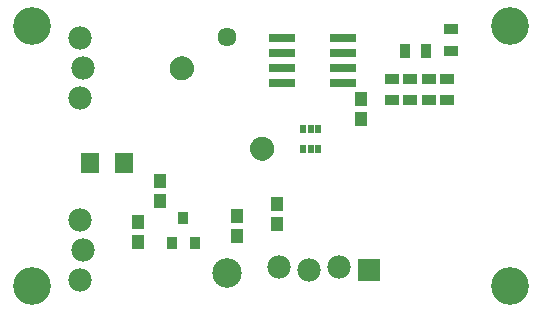
<source format=gts>
G75*
%MOIN*%
%OFA0B0*%
%FSLAX24Y24*%
%IPPOS*%
%LPD*%
%AMOC8*
5,1,8,0,0,1.08239X$1,22.5*
%
%ADD10C,0.1260*%
%ADD11C,0.0400*%
%ADD12R,0.0910X0.0280*%
%ADD13R,0.0355X0.0394*%
%ADD14R,0.0434X0.0473*%
%ADD15R,0.0591X0.0670*%
%ADD16C,0.0634*%
%ADD17C,0.0985*%
%ADD18C,0.0780*%
%ADD19R,0.0197X0.0316*%
%ADD20R,0.0355X0.0512*%
%ADD21R,0.0512X0.0355*%
%ADD22R,0.0780X0.0780*%
D10*
X001089Y001204D03*
X017034Y001204D03*
X017034Y009865D03*
X001089Y009865D03*
D11*
X005892Y008448D02*
X005894Y008475D01*
X005900Y008502D01*
X005909Y008528D01*
X005922Y008552D01*
X005938Y008575D01*
X005957Y008594D01*
X005979Y008611D01*
X006003Y008625D01*
X006028Y008635D01*
X006055Y008642D01*
X006082Y008645D01*
X006110Y008644D01*
X006137Y008639D01*
X006163Y008631D01*
X006187Y008619D01*
X006210Y008603D01*
X006231Y008585D01*
X006248Y008564D01*
X006263Y008540D01*
X006274Y008515D01*
X006282Y008489D01*
X006286Y008462D01*
X006286Y008434D01*
X006282Y008407D01*
X006274Y008381D01*
X006263Y008356D01*
X006248Y008332D01*
X006231Y008311D01*
X006210Y008293D01*
X006188Y008277D01*
X006163Y008265D01*
X006137Y008257D01*
X006110Y008252D01*
X006082Y008251D01*
X006055Y008254D01*
X006028Y008261D01*
X006003Y008271D01*
X005979Y008285D01*
X005957Y008302D01*
X005938Y008321D01*
X005922Y008344D01*
X005909Y008368D01*
X005900Y008394D01*
X005894Y008421D01*
X005892Y008448D01*
X008569Y005771D02*
X008571Y005798D01*
X008577Y005825D01*
X008586Y005851D01*
X008599Y005875D01*
X008615Y005898D01*
X008634Y005917D01*
X008656Y005934D01*
X008680Y005948D01*
X008705Y005958D01*
X008732Y005965D01*
X008759Y005968D01*
X008787Y005967D01*
X008814Y005962D01*
X008840Y005954D01*
X008864Y005942D01*
X008887Y005926D01*
X008908Y005908D01*
X008925Y005887D01*
X008940Y005863D01*
X008951Y005838D01*
X008959Y005812D01*
X008963Y005785D01*
X008963Y005757D01*
X008959Y005730D01*
X008951Y005704D01*
X008940Y005679D01*
X008925Y005655D01*
X008908Y005634D01*
X008887Y005616D01*
X008865Y005600D01*
X008840Y005588D01*
X008814Y005580D01*
X008787Y005575D01*
X008759Y005574D01*
X008732Y005577D01*
X008705Y005584D01*
X008680Y005594D01*
X008656Y005608D01*
X008634Y005625D01*
X008615Y005644D01*
X008599Y005667D01*
X008586Y005691D01*
X008577Y005717D01*
X008571Y005744D01*
X008569Y005771D01*
D12*
X009416Y007959D03*
X009416Y008459D03*
X009416Y008959D03*
X009416Y009459D03*
X011476Y009459D03*
X011476Y008959D03*
X011476Y008459D03*
X011476Y007959D03*
D13*
X006144Y003449D03*
X005770Y002622D03*
X006518Y002622D03*
D14*
X007940Y002857D03*
X009250Y003264D03*
X007940Y003526D03*
X009250Y003933D03*
X005374Y004014D03*
X005374Y004683D03*
X004626Y003316D03*
X004626Y002647D03*
X012047Y006746D03*
X012047Y007415D03*
D15*
X004148Y005290D03*
X003045Y005290D03*
D16*
X007592Y009481D03*
D17*
X007592Y001611D03*
D18*
X009321Y001828D03*
X010321Y001728D03*
X011321Y001828D03*
X002797Y002400D03*
X002697Y001400D03*
X002697Y003400D03*
X002693Y007463D03*
X002793Y008463D03*
X002693Y009463D03*
D19*
X010125Y006412D03*
X010380Y006412D03*
X010636Y006412D03*
X010636Y005743D03*
X010380Y005743D03*
X010125Y005743D03*
D20*
X013530Y009030D03*
X014239Y009030D03*
D21*
X015066Y009038D03*
X015066Y009747D03*
X014940Y008089D03*
X014314Y008086D03*
X013699Y008089D03*
X013109Y008089D03*
X013109Y007381D03*
X013699Y007381D03*
X014314Y007377D03*
X014940Y007381D03*
D22*
X012321Y001728D03*
M02*

</source>
